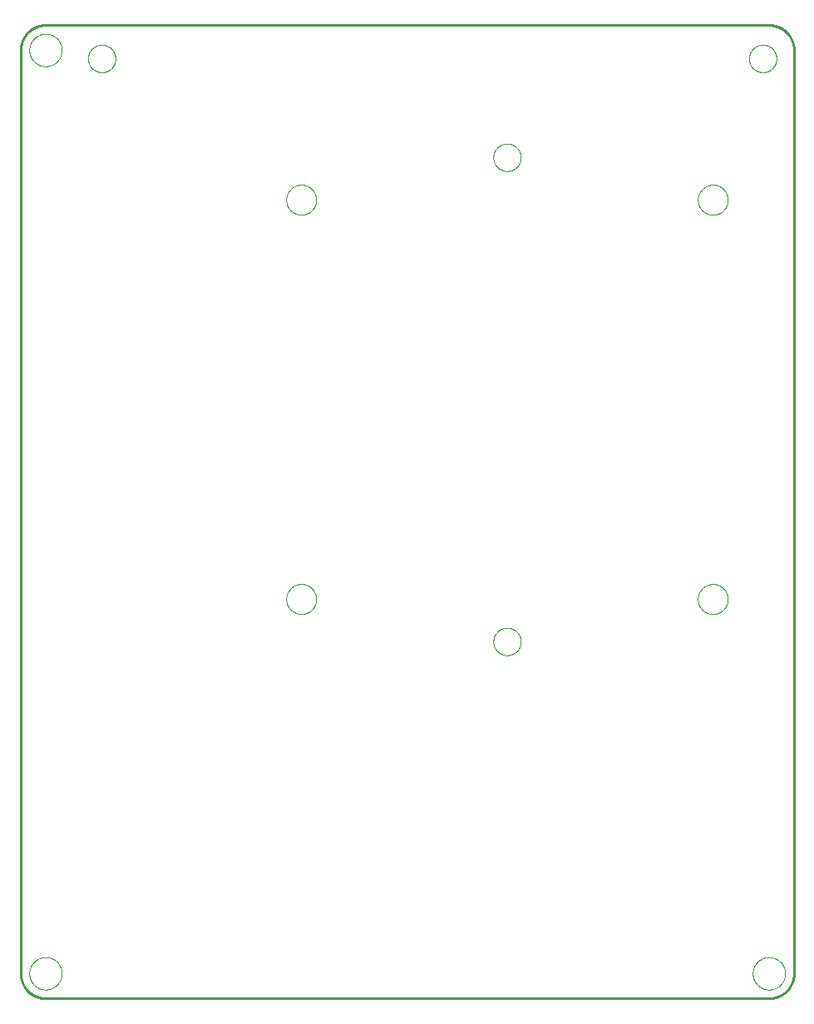
<source format=gko>
G75*
%MOIN*%
%OFA0B0*%
%FSLAX25Y25*%
%IPPOS*%
%LPD*%
%AMOC8*
5,1,8,0,0,1.08239X$1,22.5*
%
%ADD10C,0.01000*%
%ADD11C,0.00000*%
D10*
X0074060Y0060000D02*
X0074060Y0430000D01*
X0074063Y0430242D01*
X0074072Y0430483D01*
X0074086Y0430724D01*
X0074107Y0430965D01*
X0074133Y0431205D01*
X0074165Y0431445D01*
X0074203Y0431684D01*
X0074246Y0431921D01*
X0074296Y0432158D01*
X0074351Y0432393D01*
X0074411Y0432627D01*
X0074478Y0432859D01*
X0074549Y0433090D01*
X0074627Y0433319D01*
X0074710Y0433546D01*
X0074798Y0433771D01*
X0074892Y0433994D01*
X0074991Y0434214D01*
X0075096Y0434432D01*
X0075205Y0434647D01*
X0075320Y0434860D01*
X0075440Y0435070D01*
X0075565Y0435276D01*
X0075695Y0435480D01*
X0075830Y0435681D01*
X0075970Y0435878D01*
X0076114Y0436072D01*
X0076263Y0436262D01*
X0076417Y0436448D01*
X0076575Y0436631D01*
X0076737Y0436810D01*
X0076904Y0436985D01*
X0077075Y0437156D01*
X0077250Y0437323D01*
X0077429Y0437485D01*
X0077612Y0437643D01*
X0077798Y0437797D01*
X0077988Y0437946D01*
X0078182Y0438090D01*
X0078379Y0438230D01*
X0078580Y0438365D01*
X0078784Y0438495D01*
X0078990Y0438620D01*
X0079200Y0438740D01*
X0079413Y0438855D01*
X0079628Y0438964D01*
X0079846Y0439069D01*
X0080066Y0439168D01*
X0080289Y0439262D01*
X0080514Y0439350D01*
X0080741Y0439433D01*
X0080970Y0439511D01*
X0081201Y0439582D01*
X0081433Y0439649D01*
X0081667Y0439709D01*
X0081902Y0439764D01*
X0082139Y0439814D01*
X0082376Y0439857D01*
X0082615Y0439895D01*
X0082855Y0439927D01*
X0083095Y0439953D01*
X0083336Y0439974D01*
X0083577Y0439988D01*
X0083818Y0439997D01*
X0084060Y0440000D01*
X0374060Y0440000D01*
X0374302Y0439997D01*
X0374543Y0439988D01*
X0374784Y0439974D01*
X0375025Y0439953D01*
X0375265Y0439927D01*
X0375505Y0439895D01*
X0375744Y0439857D01*
X0375981Y0439814D01*
X0376218Y0439764D01*
X0376453Y0439709D01*
X0376687Y0439649D01*
X0376919Y0439582D01*
X0377150Y0439511D01*
X0377379Y0439433D01*
X0377606Y0439350D01*
X0377831Y0439262D01*
X0378054Y0439168D01*
X0378274Y0439069D01*
X0378492Y0438964D01*
X0378707Y0438855D01*
X0378920Y0438740D01*
X0379130Y0438620D01*
X0379336Y0438495D01*
X0379540Y0438365D01*
X0379741Y0438230D01*
X0379938Y0438090D01*
X0380132Y0437946D01*
X0380322Y0437797D01*
X0380508Y0437643D01*
X0380691Y0437485D01*
X0380870Y0437323D01*
X0381045Y0437156D01*
X0381216Y0436985D01*
X0381383Y0436810D01*
X0381545Y0436631D01*
X0381703Y0436448D01*
X0381857Y0436262D01*
X0382006Y0436072D01*
X0382150Y0435878D01*
X0382290Y0435681D01*
X0382425Y0435480D01*
X0382555Y0435276D01*
X0382680Y0435070D01*
X0382800Y0434860D01*
X0382915Y0434647D01*
X0383024Y0434432D01*
X0383129Y0434214D01*
X0383228Y0433994D01*
X0383322Y0433771D01*
X0383410Y0433546D01*
X0383493Y0433319D01*
X0383571Y0433090D01*
X0383642Y0432859D01*
X0383709Y0432627D01*
X0383769Y0432393D01*
X0383824Y0432158D01*
X0383874Y0431921D01*
X0383917Y0431684D01*
X0383955Y0431445D01*
X0383987Y0431205D01*
X0384013Y0430965D01*
X0384034Y0430724D01*
X0384048Y0430483D01*
X0384057Y0430242D01*
X0384060Y0430000D01*
X0384060Y0060000D01*
X0384057Y0059758D01*
X0384048Y0059517D01*
X0384034Y0059276D01*
X0384013Y0059035D01*
X0383987Y0058795D01*
X0383955Y0058555D01*
X0383917Y0058316D01*
X0383874Y0058079D01*
X0383824Y0057842D01*
X0383769Y0057607D01*
X0383709Y0057373D01*
X0383642Y0057141D01*
X0383571Y0056910D01*
X0383493Y0056681D01*
X0383410Y0056454D01*
X0383322Y0056229D01*
X0383228Y0056006D01*
X0383129Y0055786D01*
X0383024Y0055568D01*
X0382915Y0055353D01*
X0382800Y0055140D01*
X0382680Y0054930D01*
X0382555Y0054724D01*
X0382425Y0054520D01*
X0382290Y0054319D01*
X0382150Y0054122D01*
X0382006Y0053928D01*
X0381857Y0053738D01*
X0381703Y0053552D01*
X0381545Y0053369D01*
X0381383Y0053190D01*
X0381216Y0053015D01*
X0381045Y0052844D01*
X0380870Y0052677D01*
X0380691Y0052515D01*
X0380508Y0052357D01*
X0380322Y0052203D01*
X0380132Y0052054D01*
X0379938Y0051910D01*
X0379741Y0051770D01*
X0379540Y0051635D01*
X0379336Y0051505D01*
X0379130Y0051380D01*
X0378920Y0051260D01*
X0378707Y0051145D01*
X0378492Y0051036D01*
X0378274Y0050931D01*
X0378054Y0050832D01*
X0377831Y0050738D01*
X0377606Y0050650D01*
X0377379Y0050567D01*
X0377150Y0050489D01*
X0376919Y0050418D01*
X0376687Y0050351D01*
X0376453Y0050291D01*
X0376218Y0050236D01*
X0375981Y0050186D01*
X0375744Y0050143D01*
X0375505Y0050105D01*
X0375265Y0050073D01*
X0375025Y0050047D01*
X0374784Y0050026D01*
X0374543Y0050012D01*
X0374302Y0050003D01*
X0374060Y0050000D01*
X0084060Y0050000D01*
X0083818Y0050003D01*
X0083577Y0050012D01*
X0083336Y0050026D01*
X0083095Y0050047D01*
X0082855Y0050073D01*
X0082615Y0050105D01*
X0082376Y0050143D01*
X0082139Y0050186D01*
X0081902Y0050236D01*
X0081667Y0050291D01*
X0081433Y0050351D01*
X0081201Y0050418D01*
X0080970Y0050489D01*
X0080741Y0050567D01*
X0080514Y0050650D01*
X0080289Y0050738D01*
X0080066Y0050832D01*
X0079846Y0050931D01*
X0079628Y0051036D01*
X0079413Y0051145D01*
X0079200Y0051260D01*
X0078990Y0051380D01*
X0078784Y0051505D01*
X0078580Y0051635D01*
X0078379Y0051770D01*
X0078182Y0051910D01*
X0077988Y0052054D01*
X0077798Y0052203D01*
X0077612Y0052357D01*
X0077429Y0052515D01*
X0077250Y0052677D01*
X0077075Y0052844D01*
X0076904Y0053015D01*
X0076737Y0053190D01*
X0076575Y0053369D01*
X0076417Y0053552D01*
X0076263Y0053738D01*
X0076114Y0053928D01*
X0075970Y0054122D01*
X0075830Y0054319D01*
X0075695Y0054520D01*
X0075565Y0054724D01*
X0075440Y0054930D01*
X0075320Y0055140D01*
X0075205Y0055353D01*
X0075096Y0055568D01*
X0074991Y0055786D01*
X0074892Y0056006D01*
X0074798Y0056229D01*
X0074710Y0056454D01*
X0074627Y0056681D01*
X0074549Y0056910D01*
X0074478Y0057141D01*
X0074411Y0057373D01*
X0074351Y0057607D01*
X0074296Y0057842D01*
X0074246Y0058079D01*
X0074203Y0058316D01*
X0074165Y0058555D01*
X0074133Y0058795D01*
X0074107Y0059035D01*
X0074086Y0059276D01*
X0074072Y0059517D01*
X0074063Y0059758D01*
X0074060Y0060000D01*
D11*
X0077560Y0060000D02*
X0077562Y0060161D01*
X0077568Y0060321D01*
X0077578Y0060482D01*
X0077592Y0060642D01*
X0077610Y0060802D01*
X0077631Y0060961D01*
X0077657Y0061120D01*
X0077687Y0061278D01*
X0077720Y0061435D01*
X0077758Y0061592D01*
X0077799Y0061747D01*
X0077844Y0061901D01*
X0077893Y0062054D01*
X0077946Y0062206D01*
X0078002Y0062357D01*
X0078063Y0062506D01*
X0078126Y0062654D01*
X0078194Y0062800D01*
X0078265Y0062944D01*
X0078339Y0063086D01*
X0078417Y0063227D01*
X0078499Y0063365D01*
X0078584Y0063502D01*
X0078672Y0063636D01*
X0078764Y0063768D01*
X0078859Y0063898D01*
X0078957Y0064026D01*
X0079058Y0064151D01*
X0079162Y0064273D01*
X0079269Y0064393D01*
X0079379Y0064510D01*
X0079492Y0064625D01*
X0079608Y0064736D01*
X0079727Y0064845D01*
X0079848Y0064950D01*
X0079972Y0065053D01*
X0080098Y0065153D01*
X0080226Y0065249D01*
X0080357Y0065342D01*
X0080491Y0065432D01*
X0080626Y0065519D01*
X0080764Y0065602D01*
X0080903Y0065682D01*
X0081045Y0065758D01*
X0081188Y0065831D01*
X0081333Y0065900D01*
X0081480Y0065966D01*
X0081628Y0066028D01*
X0081778Y0066086D01*
X0081929Y0066141D01*
X0082082Y0066192D01*
X0082236Y0066239D01*
X0082391Y0066282D01*
X0082547Y0066321D01*
X0082703Y0066357D01*
X0082861Y0066388D01*
X0083019Y0066416D01*
X0083178Y0066440D01*
X0083338Y0066460D01*
X0083498Y0066476D01*
X0083658Y0066488D01*
X0083819Y0066496D01*
X0083980Y0066500D01*
X0084140Y0066500D01*
X0084301Y0066496D01*
X0084462Y0066488D01*
X0084622Y0066476D01*
X0084782Y0066460D01*
X0084942Y0066440D01*
X0085101Y0066416D01*
X0085259Y0066388D01*
X0085417Y0066357D01*
X0085573Y0066321D01*
X0085729Y0066282D01*
X0085884Y0066239D01*
X0086038Y0066192D01*
X0086191Y0066141D01*
X0086342Y0066086D01*
X0086492Y0066028D01*
X0086640Y0065966D01*
X0086787Y0065900D01*
X0086932Y0065831D01*
X0087075Y0065758D01*
X0087217Y0065682D01*
X0087356Y0065602D01*
X0087494Y0065519D01*
X0087629Y0065432D01*
X0087763Y0065342D01*
X0087894Y0065249D01*
X0088022Y0065153D01*
X0088148Y0065053D01*
X0088272Y0064950D01*
X0088393Y0064845D01*
X0088512Y0064736D01*
X0088628Y0064625D01*
X0088741Y0064510D01*
X0088851Y0064393D01*
X0088958Y0064273D01*
X0089062Y0064151D01*
X0089163Y0064026D01*
X0089261Y0063898D01*
X0089356Y0063768D01*
X0089448Y0063636D01*
X0089536Y0063502D01*
X0089621Y0063365D01*
X0089703Y0063227D01*
X0089781Y0063086D01*
X0089855Y0062944D01*
X0089926Y0062800D01*
X0089994Y0062654D01*
X0090057Y0062506D01*
X0090118Y0062357D01*
X0090174Y0062206D01*
X0090227Y0062054D01*
X0090276Y0061901D01*
X0090321Y0061747D01*
X0090362Y0061592D01*
X0090400Y0061435D01*
X0090433Y0061278D01*
X0090463Y0061120D01*
X0090489Y0060961D01*
X0090510Y0060802D01*
X0090528Y0060642D01*
X0090542Y0060482D01*
X0090552Y0060321D01*
X0090558Y0060161D01*
X0090560Y0060000D01*
X0090558Y0059839D01*
X0090552Y0059679D01*
X0090542Y0059518D01*
X0090528Y0059358D01*
X0090510Y0059198D01*
X0090489Y0059039D01*
X0090463Y0058880D01*
X0090433Y0058722D01*
X0090400Y0058565D01*
X0090362Y0058408D01*
X0090321Y0058253D01*
X0090276Y0058099D01*
X0090227Y0057946D01*
X0090174Y0057794D01*
X0090118Y0057643D01*
X0090057Y0057494D01*
X0089994Y0057346D01*
X0089926Y0057200D01*
X0089855Y0057056D01*
X0089781Y0056914D01*
X0089703Y0056773D01*
X0089621Y0056635D01*
X0089536Y0056498D01*
X0089448Y0056364D01*
X0089356Y0056232D01*
X0089261Y0056102D01*
X0089163Y0055974D01*
X0089062Y0055849D01*
X0088958Y0055727D01*
X0088851Y0055607D01*
X0088741Y0055490D01*
X0088628Y0055375D01*
X0088512Y0055264D01*
X0088393Y0055155D01*
X0088272Y0055050D01*
X0088148Y0054947D01*
X0088022Y0054847D01*
X0087894Y0054751D01*
X0087763Y0054658D01*
X0087629Y0054568D01*
X0087494Y0054481D01*
X0087356Y0054398D01*
X0087217Y0054318D01*
X0087075Y0054242D01*
X0086932Y0054169D01*
X0086787Y0054100D01*
X0086640Y0054034D01*
X0086492Y0053972D01*
X0086342Y0053914D01*
X0086191Y0053859D01*
X0086038Y0053808D01*
X0085884Y0053761D01*
X0085729Y0053718D01*
X0085573Y0053679D01*
X0085417Y0053643D01*
X0085259Y0053612D01*
X0085101Y0053584D01*
X0084942Y0053560D01*
X0084782Y0053540D01*
X0084622Y0053524D01*
X0084462Y0053512D01*
X0084301Y0053504D01*
X0084140Y0053500D01*
X0083980Y0053500D01*
X0083819Y0053504D01*
X0083658Y0053512D01*
X0083498Y0053524D01*
X0083338Y0053540D01*
X0083178Y0053560D01*
X0083019Y0053584D01*
X0082861Y0053612D01*
X0082703Y0053643D01*
X0082547Y0053679D01*
X0082391Y0053718D01*
X0082236Y0053761D01*
X0082082Y0053808D01*
X0081929Y0053859D01*
X0081778Y0053914D01*
X0081628Y0053972D01*
X0081480Y0054034D01*
X0081333Y0054100D01*
X0081188Y0054169D01*
X0081045Y0054242D01*
X0080903Y0054318D01*
X0080764Y0054398D01*
X0080626Y0054481D01*
X0080491Y0054568D01*
X0080357Y0054658D01*
X0080226Y0054751D01*
X0080098Y0054847D01*
X0079972Y0054947D01*
X0079848Y0055050D01*
X0079727Y0055155D01*
X0079608Y0055264D01*
X0079492Y0055375D01*
X0079379Y0055490D01*
X0079269Y0055607D01*
X0079162Y0055727D01*
X0079058Y0055849D01*
X0078957Y0055974D01*
X0078859Y0056102D01*
X0078764Y0056232D01*
X0078672Y0056364D01*
X0078584Y0056498D01*
X0078499Y0056635D01*
X0078417Y0056773D01*
X0078339Y0056914D01*
X0078265Y0057056D01*
X0078194Y0057200D01*
X0078126Y0057346D01*
X0078063Y0057494D01*
X0078002Y0057643D01*
X0077946Y0057794D01*
X0077893Y0057946D01*
X0077844Y0058099D01*
X0077799Y0058253D01*
X0077758Y0058408D01*
X0077720Y0058565D01*
X0077687Y0058722D01*
X0077657Y0058880D01*
X0077631Y0059039D01*
X0077610Y0059198D01*
X0077592Y0059358D01*
X0077578Y0059518D01*
X0077568Y0059679D01*
X0077562Y0059839D01*
X0077560Y0060000D01*
X0180560Y0210000D02*
X0180562Y0210154D01*
X0180568Y0210309D01*
X0180578Y0210463D01*
X0180592Y0210617D01*
X0180610Y0210770D01*
X0180631Y0210923D01*
X0180657Y0211076D01*
X0180687Y0211227D01*
X0180720Y0211378D01*
X0180758Y0211528D01*
X0180799Y0211677D01*
X0180844Y0211825D01*
X0180893Y0211971D01*
X0180946Y0212117D01*
X0181002Y0212260D01*
X0181062Y0212403D01*
X0181126Y0212543D01*
X0181193Y0212683D01*
X0181264Y0212820D01*
X0181338Y0212955D01*
X0181416Y0213089D01*
X0181497Y0213220D01*
X0181582Y0213349D01*
X0181670Y0213477D01*
X0181761Y0213601D01*
X0181855Y0213724D01*
X0181953Y0213844D01*
X0182053Y0213961D01*
X0182157Y0214076D01*
X0182263Y0214188D01*
X0182372Y0214297D01*
X0182484Y0214403D01*
X0182599Y0214507D01*
X0182716Y0214607D01*
X0182836Y0214705D01*
X0182959Y0214799D01*
X0183083Y0214890D01*
X0183211Y0214978D01*
X0183340Y0215063D01*
X0183471Y0215144D01*
X0183605Y0215222D01*
X0183740Y0215296D01*
X0183877Y0215367D01*
X0184017Y0215434D01*
X0184157Y0215498D01*
X0184300Y0215558D01*
X0184443Y0215614D01*
X0184589Y0215667D01*
X0184735Y0215716D01*
X0184883Y0215761D01*
X0185032Y0215802D01*
X0185182Y0215840D01*
X0185333Y0215873D01*
X0185484Y0215903D01*
X0185637Y0215929D01*
X0185790Y0215950D01*
X0185943Y0215968D01*
X0186097Y0215982D01*
X0186251Y0215992D01*
X0186406Y0215998D01*
X0186560Y0216000D01*
X0186714Y0215998D01*
X0186869Y0215992D01*
X0187023Y0215982D01*
X0187177Y0215968D01*
X0187330Y0215950D01*
X0187483Y0215929D01*
X0187636Y0215903D01*
X0187787Y0215873D01*
X0187938Y0215840D01*
X0188088Y0215802D01*
X0188237Y0215761D01*
X0188385Y0215716D01*
X0188531Y0215667D01*
X0188677Y0215614D01*
X0188820Y0215558D01*
X0188963Y0215498D01*
X0189103Y0215434D01*
X0189243Y0215367D01*
X0189380Y0215296D01*
X0189515Y0215222D01*
X0189649Y0215144D01*
X0189780Y0215063D01*
X0189909Y0214978D01*
X0190037Y0214890D01*
X0190161Y0214799D01*
X0190284Y0214705D01*
X0190404Y0214607D01*
X0190521Y0214507D01*
X0190636Y0214403D01*
X0190748Y0214297D01*
X0190857Y0214188D01*
X0190963Y0214076D01*
X0191067Y0213961D01*
X0191167Y0213844D01*
X0191265Y0213724D01*
X0191359Y0213601D01*
X0191450Y0213477D01*
X0191538Y0213349D01*
X0191623Y0213220D01*
X0191704Y0213089D01*
X0191782Y0212955D01*
X0191856Y0212820D01*
X0191927Y0212683D01*
X0191994Y0212543D01*
X0192058Y0212403D01*
X0192118Y0212260D01*
X0192174Y0212117D01*
X0192227Y0211971D01*
X0192276Y0211825D01*
X0192321Y0211677D01*
X0192362Y0211528D01*
X0192400Y0211378D01*
X0192433Y0211227D01*
X0192463Y0211076D01*
X0192489Y0210923D01*
X0192510Y0210770D01*
X0192528Y0210617D01*
X0192542Y0210463D01*
X0192552Y0210309D01*
X0192558Y0210154D01*
X0192560Y0210000D01*
X0192558Y0209846D01*
X0192552Y0209691D01*
X0192542Y0209537D01*
X0192528Y0209383D01*
X0192510Y0209230D01*
X0192489Y0209077D01*
X0192463Y0208924D01*
X0192433Y0208773D01*
X0192400Y0208622D01*
X0192362Y0208472D01*
X0192321Y0208323D01*
X0192276Y0208175D01*
X0192227Y0208029D01*
X0192174Y0207883D01*
X0192118Y0207740D01*
X0192058Y0207597D01*
X0191994Y0207457D01*
X0191927Y0207317D01*
X0191856Y0207180D01*
X0191782Y0207045D01*
X0191704Y0206911D01*
X0191623Y0206780D01*
X0191538Y0206651D01*
X0191450Y0206523D01*
X0191359Y0206399D01*
X0191265Y0206276D01*
X0191167Y0206156D01*
X0191067Y0206039D01*
X0190963Y0205924D01*
X0190857Y0205812D01*
X0190748Y0205703D01*
X0190636Y0205597D01*
X0190521Y0205493D01*
X0190404Y0205393D01*
X0190284Y0205295D01*
X0190161Y0205201D01*
X0190037Y0205110D01*
X0189909Y0205022D01*
X0189780Y0204937D01*
X0189649Y0204856D01*
X0189515Y0204778D01*
X0189380Y0204704D01*
X0189243Y0204633D01*
X0189103Y0204566D01*
X0188963Y0204502D01*
X0188820Y0204442D01*
X0188677Y0204386D01*
X0188531Y0204333D01*
X0188385Y0204284D01*
X0188237Y0204239D01*
X0188088Y0204198D01*
X0187938Y0204160D01*
X0187787Y0204127D01*
X0187636Y0204097D01*
X0187483Y0204071D01*
X0187330Y0204050D01*
X0187177Y0204032D01*
X0187023Y0204018D01*
X0186869Y0204008D01*
X0186714Y0204002D01*
X0186560Y0204000D01*
X0186406Y0204002D01*
X0186251Y0204008D01*
X0186097Y0204018D01*
X0185943Y0204032D01*
X0185790Y0204050D01*
X0185637Y0204071D01*
X0185484Y0204097D01*
X0185333Y0204127D01*
X0185182Y0204160D01*
X0185032Y0204198D01*
X0184883Y0204239D01*
X0184735Y0204284D01*
X0184589Y0204333D01*
X0184443Y0204386D01*
X0184300Y0204442D01*
X0184157Y0204502D01*
X0184017Y0204566D01*
X0183877Y0204633D01*
X0183740Y0204704D01*
X0183605Y0204778D01*
X0183471Y0204856D01*
X0183340Y0204937D01*
X0183211Y0205022D01*
X0183083Y0205110D01*
X0182959Y0205201D01*
X0182836Y0205295D01*
X0182716Y0205393D01*
X0182599Y0205493D01*
X0182484Y0205597D01*
X0182372Y0205703D01*
X0182263Y0205812D01*
X0182157Y0205924D01*
X0182053Y0206039D01*
X0181953Y0206156D01*
X0181855Y0206276D01*
X0181761Y0206399D01*
X0181670Y0206523D01*
X0181582Y0206651D01*
X0181497Y0206780D01*
X0181416Y0206911D01*
X0181338Y0207045D01*
X0181264Y0207180D01*
X0181193Y0207317D01*
X0181126Y0207457D01*
X0181062Y0207597D01*
X0181002Y0207740D01*
X0180946Y0207883D01*
X0180893Y0208029D01*
X0180844Y0208175D01*
X0180799Y0208323D01*
X0180758Y0208472D01*
X0180720Y0208622D01*
X0180687Y0208773D01*
X0180657Y0208924D01*
X0180631Y0209077D01*
X0180610Y0209230D01*
X0180592Y0209383D01*
X0180578Y0209537D01*
X0180568Y0209691D01*
X0180562Y0209846D01*
X0180560Y0210000D01*
X0263560Y0193000D02*
X0263562Y0193148D01*
X0263568Y0193296D01*
X0263578Y0193444D01*
X0263592Y0193592D01*
X0263610Y0193739D01*
X0263632Y0193886D01*
X0263658Y0194032D01*
X0263687Y0194177D01*
X0263721Y0194322D01*
X0263759Y0194465D01*
X0263800Y0194608D01*
X0263845Y0194749D01*
X0263895Y0194889D01*
X0263947Y0195027D01*
X0264004Y0195165D01*
X0264064Y0195300D01*
X0264128Y0195434D01*
X0264195Y0195566D01*
X0264266Y0195696D01*
X0264341Y0195825D01*
X0264419Y0195951D01*
X0264500Y0196075D01*
X0264584Y0196197D01*
X0264672Y0196316D01*
X0264763Y0196433D01*
X0264857Y0196548D01*
X0264955Y0196660D01*
X0265055Y0196769D01*
X0265158Y0196876D01*
X0265264Y0196980D01*
X0265372Y0197081D01*
X0265484Y0197179D01*
X0265598Y0197274D01*
X0265714Y0197365D01*
X0265833Y0197454D01*
X0265954Y0197539D01*
X0266078Y0197621D01*
X0266204Y0197700D01*
X0266331Y0197775D01*
X0266461Y0197847D01*
X0266593Y0197916D01*
X0266726Y0197980D01*
X0266861Y0198041D01*
X0266998Y0198099D01*
X0267136Y0198153D01*
X0267276Y0198203D01*
X0267417Y0198249D01*
X0267559Y0198291D01*
X0267702Y0198330D01*
X0267846Y0198364D01*
X0267992Y0198395D01*
X0268137Y0198422D01*
X0268284Y0198445D01*
X0268431Y0198464D01*
X0268579Y0198479D01*
X0268726Y0198490D01*
X0268875Y0198497D01*
X0269023Y0198500D01*
X0269171Y0198499D01*
X0269319Y0198494D01*
X0269467Y0198485D01*
X0269615Y0198472D01*
X0269763Y0198455D01*
X0269909Y0198434D01*
X0270056Y0198409D01*
X0270201Y0198380D01*
X0270346Y0198348D01*
X0270489Y0198311D01*
X0270632Y0198271D01*
X0270774Y0198226D01*
X0270914Y0198178D01*
X0271053Y0198126D01*
X0271190Y0198071D01*
X0271326Y0198011D01*
X0271461Y0197948D01*
X0271593Y0197882D01*
X0271724Y0197812D01*
X0271853Y0197738D01*
X0271979Y0197661D01*
X0272104Y0197581D01*
X0272226Y0197497D01*
X0272347Y0197410D01*
X0272464Y0197320D01*
X0272580Y0197226D01*
X0272692Y0197130D01*
X0272802Y0197031D01*
X0272910Y0196928D01*
X0273014Y0196823D01*
X0273116Y0196715D01*
X0273214Y0196604D01*
X0273310Y0196491D01*
X0273403Y0196375D01*
X0273492Y0196257D01*
X0273578Y0196136D01*
X0273661Y0196013D01*
X0273741Y0195888D01*
X0273817Y0195761D01*
X0273890Y0195631D01*
X0273959Y0195500D01*
X0274024Y0195367D01*
X0274087Y0195233D01*
X0274145Y0195096D01*
X0274200Y0194958D01*
X0274250Y0194819D01*
X0274298Y0194678D01*
X0274341Y0194537D01*
X0274381Y0194394D01*
X0274416Y0194250D01*
X0274448Y0194105D01*
X0274476Y0193959D01*
X0274500Y0193813D01*
X0274520Y0193666D01*
X0274536Y0193518D01*
X0274548Y0193371D01*
X0274556Y0193222D01*
X0274560Y0193074D01*
X0274560Y0192926D01*
X0274556Y0192778D01*
X0274548Y0192629D01*
X0274536Y0192482D01*
X0274520Y0192334D01*
X0274500Y0192187D01*
X0274476Y0192041D01*
X0274448Y0191895D01*
X0274416Y0191750D01*
X0274381Y0191606D01*
X0274341Y0191463D01*
X0274298Y0191322D01*
X0274250Y0191181D01*
X0274200Y0191042D01*
X0274145Y0190904D01*
X0274087Y0190767D01*
X0274024Y0190633D01*
X0273959Y0190500D01*
X0273890Y0190369D01*
X0273817Y0190239D01*
X0273741Y0190112D01*
X0273661Y0189987D01*
X0273578Y0189864D01*
X0273492Y0189743D01*
X0273403Y0189625D01*
X0273310Y0189509D01*
X0273214Y0189396D01*
X0273116Y0189285D01*
X0273014Y0189177D01*
X0272910Y0189072D01*
X0272802Y0188969D01*
X0272692Y0188870D01*
X0272580Y0188774D01*
X0272464Y0188680D01*
X0272347Y0188590D01*
X0272226Y0188503D01*
X0272104Y0188419D01*
X0271979Y0188339D01*
X0271853Y0188262D01*
X0271724Y0188188D01*
X0271593Y0188118D01*
X0271461Y0188052D01*
X0271326Y0187989D01*
X0271190Y0187929D01*
X0271053Y0187874D01*
X0270914Y0187822D01*
X0270774Y0187774D01*
X0270632Y0187729D01*
X0270489Y0187689D01*
X0270346Y0187652D01*
X0270201Y0187620D01*
X0270056Y0187591D01*
X0269909Y0187566D01*
X0269763Y0187545D01*
X0269615Y0187528D01*
X0269467Y0187515D01*
X0269319Y0187506D01*
X0269171Y0187501D01*
X0269023Y0187500D01*
X0268875Y0187503D01*
X0268726Y0187510D01*
X0268579Y0187521D01*
X0268431Y0187536D01*
X0268284Y0187555D01*
X0268137Y0187578D01*
X0267992Y0187605D01*
X0267846Y0187636D01*
X0267702Y0187670D01*
X0267559Y0187709D01*
X0267417Y0187751D01*
X0267276Y0187797D01*
X0267136Y0187847D01*
X0266998Y0187901D01*
X0266861Y0187959D01*
X0266726Y0188020D01*
X0266593Y0188084D01*
X0266461Y0188153D01*
X0266331Y0188225D01*
X0266204Y0188300D01*
X0266078Y0188379D01*
X0265954Y0188461D01*
X0265833Y0188546D01*
X0265714Y0188635D01*
X0265598Y0188726D01*
X0265484Y0188821D01*
X0265372Y0188919D01*
X0265264Y0189020D01*
X0265158Y0189124D01*
X0265055Y0189231D01*
X0264955Y0189340D01*
X0264857Y0189452D01*
X0264763Y0189567D01*
X0264672Y0189684D01*
X0264584Y0189803D01*
X0264500Y0189925D01*
X0264419Y0190049D01*
X0264341Y0190175D01*
X0264266Y0190304D01*
X0264195Y0190434D01*
X0264128Y0190566D01*
X0264064Y0190700D01*
X0264004Y0190835D01*
X0263947Y0190973D01*
X0263895Y0191111D01*
X0263845Y0191251D01*
X0263800Y0191392D01*
X0263759Y0191535D01*
X0263721Y0191678D01*
X0263687Y0191823D01*
X0263658Y0191968D01*
X0263632Y0192114D01*
X0263610Y0192261D01*
X0263592Y0192408D01*
X0263578Y0192556D01*
X0263568Y0192704D01*
X0263562Y0192852D01*
X0263560Y0193000D01*
X0345560Y0210000D02*
X0345562Y0210154D01*
X0345568Y0210309D01*
X0345578Y0210463D01*
X0345592Y0210617D01*
X0345610Y0210770D01*
X0345631Y0210923D01*
X0345657Y0211076D01*
X0345687Y0211227D01*
X0345720Y0211378D01*
X0345758Y0211528D01*
X0345799Y0211677D01*
X0345844Y0211825D01*
X0345893Y0211971D01*
X0345946Y0212117D01*
X0346002Y0212260D01*
X0346062Y0212403D01*
X0346126Y0212543D01*
X0346193Y0212683D01*
X0346264Y0212820D01*
X0346338Y0212955D01*
X0346416Y0213089D01*
X0346497Y0213220D01*
X0346582Y0213349D01*
X0346670Y0213477D01*
X0346761Y0213601D01*
X0346855Y0213724D01*
X0346953Y0213844D01*
X0347053Y0213961D01*
X0347157Y0214076D01*
X0347263Y0214188D01*
X0347372Y0214297D01*
X0347484Y0214403D01*
X0347599Y0214507D01*
X0347716Y0214607D01*
X0347836Y0214705D01*
X0347959Y0214799D01*
X0348083Y0214890D01*
X0348211Y0214978D01*
X0348340Y0215063D01*
X0348471Y0215144D01*
X0348605Y0215222D01*
X0348740Y0215296D01*
X0348877Y0215367D01*
X0349017Y0215434D01*
X0349157Y0215498D01*
X0349300Y0215558D01*
X0349443Y0215614D01*
X0349589Y0215667D01*
X0349735Y0215716D01*
X0349883Y0215761D01*
X0350032Y0215802D01*
X0350182Y0215840D01*
X0350333Y0215873D01*
X0350484Y0215903D01*
X0350637Y0215929D01*
X0350790Y0215950D01*
X0350943Y0215968D01*
X0351097Y0215982D01*
X0351251Y0215992D01*
X0351406Y0215998D01*
X0351560Y0216000D01*
X0351714Y0215998D01*
X0351869Y0215992D01*
X0352023Y0215982D01*
X0352177Y0215968D01*
X0352330Y0215950D01*
X0352483Y0215929D01*
X0352636Y0215903D01*
X0352787Y0215873D01*
X0352938Y0215840D01*
X0353088Y0215802D01*
X0353237Y0215761D01*
X0353385Y0215716D01*
X0353531Y0215667D01*
X0353677Y0215614D01*
X0353820Y0215558D01*
X0353963Y0215498D01*
X0354103Y0215434D01*
X0354243Y0215367D01*
X0354380Y0215296D01*
X0354515Y0215222D01*
X0354649Y0215144D01*
X0354780Y0215063D01*
X0354909Y0214978D01*
X0355037Y0214890D01*
X0355161Y0214799D01*
X0355284Y0214705D01*
X0355404Y0214607D01*
X0355521Y0214507D01*
X0355636Y0214403D01*
X0355748Y0214297D01*
X0355857Y0214188D01*
X0355963Y0214076D01*
X0356067Y0213961D01*
X0356167Y0213844D01*
X0356265Y0213724D01*
X0356359Y0213601D01*
X0356450Y0213477D01*
X0356538Y0213349D01*
X0356623Y0213220D01*
X0356704Y0213089D01*
X0356782Y0212955D01*
X0356856Y0212820D01*
X0356927Y0212683D01*
X0356994Y0212543D01*
X0357058Y0212403D01*
X0357118Y0212260D01*
X0357174Y0212117D01*
X0357227Y0211971D01*
X0357276Y0211825D01*
X0357321Y0211677D01*
X0357362Y0211528D01*
X0357400Y0211378D01*
X0357433Y0211227D01*
X0357463Y0211076D01*
X0357489Y0210923D01*
X0357510Y0210770D01*
X0357528Y0210617D01*
X0357542Y0210463D01*
X0357552Y0210309D01*
X0357558Y0210154D01*
X0357560Y0210000D01*
X0357558Y0209846D01*
X0357552Y0209691D01*
X0357542Y0209537D01*
X0357528Y0209383D01*
X0357510Y0209230D01*
X0357489Y0209077D01*
X0357463Y0208924D01*
X0357433Y0208773D01*
X0357400Y0208622D01*
X0357362Y0208472D01*
X0357321Y0208323D01*
X0357276Y0208175D01*
X0357227Y0208029D01*
X0357174Y0207883D01*
X0357118Y0207740D01*
X0357058Y0207597D01*
X0356994Y0207457D01*
X0356927Y0207317D01*
X0356856Y0207180D01*
X0356782Y0207045D01*
X0356704Y0206911D01*
X0356623Y0206780D01*
X0356538Y0206651D01*
X0356450Y0206523D01*
X0356359Y0206399D01*
X0356265Y0206276D01*
X0356167Y0206156D01*
X0356067Y0206039D01*
X0355963Y0205924D01*
X0355857Y0205812D01*
X0355748Y0205703D01*
X0355636Y0205597D01*
X0355521Y0205493D01*
X0355404Y0205393D01*
X0355284Y0205295D01*
X0355161Y0205201D01*
X0355037Y0205110D01*
X0354909Y0205022D01*
X0354780Y0204937D01*
X0354649Y0204856D01*
X0354515Y0204778D01*
X0354380Y0204704D01*
X0354243Y0204633D01*
X0354103Y0204566D01*
X0353963Y0204502D01*
X0353820Y0204442D01*
X0353677Y0204386D01*
X0353531Y0204333D01*
X0353385Y0204284D01*
X0353237Y0204239D01*
X0353088Y0204198D01*
X0352938Y0204160D01*
X0352787Y0204127D01*
X0352636Y0204097D01*
X0352483Y0204071D01*
X0352330Y0204050D01*
X0352177Y0204032D01*
X0352023Y0204018D01*
X0351869Y0204008D01*
X0351714Y0204002D01*
X0351560Y0204000D01*
X0351406Y0204002D01*
X0351251Y0204008D01*
X0351097Y0204018D01*
X0350943Y0204032D01*
X0350790Y0204050D01*
X0350637Y0204071D01*
X0350484Y0204097D01*
X0350333Y0204127D01*
X0350182Y0204160D01*
X0350032Y0204198D01*
X0349883Y0204239D01*
X0349735Y0204284D01*
X0349589Y0204333D01*
X0349443Y0204386D01*
X0349300Y0204442D01*
X0349157Y0204502D01*
X0349017Y0204566D01*
X0348877Y0204633D01*
X0348740Y0204704D01*
X0348605Y0204778D01*
X0348471Y0204856D01*
X0348340Y0204937D01*
X0348211Y0205022D01*
X0348083Y0205110D01*
X0347959Y0205201D01*
X0347836Y0205295D01*
X0347716Y0205393D01*
X0347599Y0205493D01*
X0347484Y0205597D01*
X0347372Y0205703D01*
X0347263Y0205812D01*
X0347157Y0205924D01*
X0347053Y0206039D01*
X0346953Y0206156D01*
X0346855Y0206276D01*
X0346761Y0206399D01*
X0346670Y0206523D01*
X0346582Y0206651D01*
X0346497Y0206780D01*
X0346416Y0206911D01*
X0346338Y0207045D01*
X0346264Y0207180D01*
X0346193Y0207317D01*
X0346126Y0207457D01*
X0346062Y0207597D01*
X0346002Y0207740D01*
X0345946Y0207883D01*
X0345893Y0208029D01*
X0345844Y0208175D01*
X0345799Y0208323D01*
X0345758Y0208472D01*
X0345720Y0208622D01*
X0345687Y0208773D01*
X0345657Y0208924D01*
X0345631Y0209077D01*
X0345610Y0209230D01*
X0345592Y0209383D01*
X0345578Y0209537D01*
X0345568Y0209691D01*
X0345562Y0209846D01*
X0345560Y0210000D01*
X0367560Y0060000D02*
X0367562Y0060161D01*
X0367568Y0060321D01*
X0367578Y0060482D01*
X0367592Y0060642D01*
X0367610Y0060802D01*
X0367631Y0060961D01*
X0367657Y0061120D01*
X0367687Y0061278D01*
X0367720Y0061435D01*
X0367758Y0061592D01*
X0367799Y0061747D01*
X0367844Y0061901D01*
X0367893Y0062054D01*
X0367946Y0062206D01*
X0368002Y0062357D01*
X0368063Y0062506D01*
X0368126Y0062654D01*
X0368194Y0062800D01*
X0368265Y0062944D01*
X0368339Y0063086D01*
X0368417Y0063227D01*
X0368499Y0063365D01*
X0368584Y0063502D01*
X0368672Y0063636D01*
X0368764Y0063768D01*
X0368859Y0063898D01*
X0368957Y0064026D01*
X0369058Y0064151D01*
X0369162Y0064273D01*
X0369269Y0064393D01*
X0369379Y0064510D01*
X0369492Y0064625D01*
X0369608Y0064736D01*
X0369727Y0064845D01*
X0369848Y0064950D01*
X0369972Y0065053D01*
X0370098Y0065153D01*
X0370226Y0065249D01*
X0370357Y0065342D01*
X0370491Y0065432D01*
X0370626Y0065519D01*
X0370764Y0065602D01*
X0370903Y0065682D01*
X0371045Y0065758D01*
X0371188Y0065831D01*
X0371333Y0065900D01*
X0371480Y0065966D01*
X0371628Y0066028D01*
X0371778Y0066086D01*
X0371929Y0066141D01*
X0372082Y0066192D01*
X0372236Y0066239D01*
X0372391Y0066282D01*
X0372547Y0066321D01*
X0372703Y0066357D01*
X0372861Y0066388D01*
X0373019Y0066416D01*
X0373178Y0066440D01*
X0373338Y0066460D01*
X0373498Y0066476D01*
X0373658Y0066488D01*
X0373819Y0066496D01*
X0373980Y0066500D01*
X0374140Y0066500D01*
X0374301Y0066496D01*
X0374462Y0066488D01*
X0374622Y0066476D01*
X0374782Y0066460D01*
X0374942Y0066440D01*
X0375101Y0066416D01*
X0375259Y0066388D01*
X0375417Y0066357D01*
X0375573Y0066321D01*
X0375729Y0066282D01*
X0375884Y0066239D01*
X0376038Y0066192D01*
X0376191Y0066141D01*
X0376342Y0066086D01*
X0376492Y0066028D01*
X0376640Y0065966D01*
X0376787Y0065900D01*
X0376932Y0065831D01*
X0377075Y0065758D01*
X0377217Y0065682D01*
X0377356Y0065602D01*
X0377494Y0065519D01*
X0377629Y0065432D01*
X0377763Y0065342D01*
X0377894Y0065249D01*
X0378022Y0065153D01*
X0378148Y0065053D01*
X0378272Y0064950D01*
X0378393Y0064845D01*
X0378512Y0064736D01*
X0378628Y0064625D01*
X0378741Y0064510D01*
X0378851Y0064393D01*
X0378958Y0064273D01*
X0379062Y0064151D01*
X0379163Y0064026D01*
X0379261Y0063898D01*
X0379356Y0063768D01*
X0379448Y0063636D01*
X0379536Y0063502D01*
X0379621Y0063365D01*
X0379703Y0063227D01*
X0379781Y0063086D01*
X0379855Y0062944D01*
X0379926Y0062800D01*
X0379994Y0062654D01*
X0380057Y0062506D01*
X0380118Y0062357D01*
X0380174Y0062206D01*
X0380227Y0062054D01*
X0380276Y0061901D01*
X0380321Y0061747D01*
X0380362Y0061592D01*
X0380400Y0061435D01*
X0380433Y0061278D01*
X0380463Y0061120D01*
X0380489Y0060961D01*
X0380510Y0060802D01*
X0380528Y0060642D01*
X0380542Y0060482D01*
X0380552Y0060321D01*
X0380558Y0060161D01*
X0380560Y0060000D01*
X0380558Y0059839D01*
X0380552Y0059679D01*
X0380542Y0059518D01*
X0380528Y0059358D01*
X0380510Y0059198D01*
X0380489Y0059039D01*
X0380463Y0058880D01*
X0380433Y0058722D01*
X0380400Y0058565D01*
X0380362Y0058408D01*
X0380321Y0058253D01*
X0380276Y0058099D01*
X0380227Y0057946D01*
X0380174Y0057794D01*
X0380118Y0057643D01*
X0380057Y0057494D01*
X0379994Y0057346D01*
X0379926Y0057200D01*
X0379855Y0057056D01*
X0379781Y0056914D01*
X0379703Y0056773D01*
X0379621Y0056635D01*
X0379536Y0056498D01*
X0379448Y0056364D01*
X0379356Y0056232D01*
X0379261Y0056102D01*
X0379163Y0055974D01*
X0379062Y0055849D01*
X0378958Y0055727D01*
X0378851Y0055607D01*
X0378741Y0055490D01*
X0378628Y0055375D01*
X0378512Y0055264D01*
X0378393Y0055155D01*
X0378272Y0055050D01*
X0378148Y0054947D01*
X0378022Y0054847D01*
X0377894Y0054751D01*
X0377763Y0054658D01*
X0377629Y0054568D01*
X0377494Y0054481D01*
X0377356Y0054398D01*
X0377217Y0054318D01*
X0377075Y0054242D01*
X0376932Y0054169D01*
X0376787Y0054100D01*
X0376640Y0054034D01*
X0376492Y0053972D01*
X0376342Y0053914D01*
X0376191Y0053859D01*
X0376038Y0053808D01*
X0375884Y0053761D01*
X0375729Y0053718D01*
X0375573Y0053679D01*
X0375417Y0053643D01*
X0375259Y0053612D01*
X0375101Y0053584D01*
X0374942Y0053560D01*
X0374782Y0053540D01*
X0374622Y0053524D01*
X0374462Y0053512D01*
X0374301Y0053504D01*
X0374140Y0053500D01*
X0373980Y0053500D01*
X0373819Y0053504D01*
X0373658Y0053512D01*
X0373498Y0053524D01*
X0373338Y0053540D01*
X0373178Y0053560D01*
X0373019Y0053584D01*
X0372861Y0053612D01*
X0372703Y0053643D01*
X0372547Y0053679D01*
X0372391Y0053718D01*
X0372236Y0053761D01*
X0372082Y0053808D01*
X0371929Y0053859D01*
X0371778Y0053914D01*
X0371628Y0053972D01*
X0371480Y0054034D01*
X0371333Y0054100D01*
X0371188Y0054169D01*
X0371045Y0054242D01*
X0370903Y0054318D01*
X0370764Y0054398D01*
X0370626Y0054481D01*
X0370491Y0054568D01*
X0370357Y0054658D01*
X0370226Y0054751D01*
X0370098Y0054847D01*
X0369972Y0054947D01*
X0369848Y0055050D01*
X0369727Y0055155D01*
X0369608Y0055264D01*
X0369492Y0055375D01*
X0369379Y0055490D01*
X0369269Y0055607D01*
X0369162Y0055727D01*
X0369058Y0055849D01*
X0368957Y0055974D01*
X0368859Y0056102D01*
X0368764Y0056232D01*
X0368672Y0056364D01*
X0368584Y0056498D01*
X0368499Y0056635D01*
X0368417Y0056773D01*
X0368339Y0056914D01*
X0368265Y0057056D01*
X0368194Y0057200D01*
X0368126Y0057346D01*
X0368063Y0057494D01*
X0368002Y0057643D01*
X0367946Y0057794D01*
X0367893Y0057946D01*
X0367844Y0058099D01*
X0367799Y0058253D01*
X0367758Y0058408D01*
X0367720Y0058565D01*
X0367687Y0058722D01*
X0367657Y0058880D01*
X0367631Y0059039D01*
X0367610Y0059198D01*
X0367592Y0059358D01*
X0367578Y0059518D01*
X0367568Y0059679D01*
X0367562Y0059839D01*
X0367560Y0060000D01*
X0345560Y0370000D02*
X0345562Y0370154D01*
X0345568Y0370309D01*
X0345578Y0370463D01*
X0345592Y0370617D01*
X0345610Y0370770D01*
X0345631Y0370923D01*
X0345657Y0371076D01*
X0345687Y0371227D01*
X0345720Y0371378D01*
X0345758Y0371528D01*
X0345799Y0371677D01*
X0345844Y0371825D01*
X0345893Y0371971D01*
X0345946Y0372117D01*
X0346002Y0372260D01*
X0346062Y0372403D01*
X0346126Y0372543D01*
X0346193Y0372683D01*
X0346264Y0372820D01*
X0346338Y0372955D01*
X0346416Y0373089D01*
X0346497Y0373220D01*
X0346582Y0373349D01*
X0346670Y0373477D01*
X0346761Y0373601D01*
X0346855Y0373724D01*
X0346953Y0373844D01*
X0347053Y0373961D01*
X0347157Y0374076D01*
X0347263Y0374188D01*
X0347372Y0374297D01*
X0347484Y0374403D01*
X0347599Y0374507D01*
X0347716Y0374607D01*
X0347836Y0374705D01*
X0347959Y0374799D01*
X0348083Y0374890D01*
X0348211Y0374978D01*
X0348340Y0375063D01*
X0348471Y0375144D01*
X0348605Y0375222D01*
X0348740Y0375296D01*
X0348877Y0375367D01*
X0349017Y0375434D01*
X0349157Y0375498D01*
X0349300Y0375558D01*
X0349443Y0375614D01*
X0349589Y0375667D01*
X0349735Y0375716D01*
X0349883Y0375761D01*
X0350032Y0375802D01*
X0350182Y0375840D01*
X0350333Y0375873D01*
X0350484Y0375903D01*
X0350637Y0375929D01*
X0350790Y0375950D01*
X0350943Y0375968D01*
X0351097Y0375982D01*
X0351251Y0375992D01*
X0351406Y0375998D01*
X0351560Y0376000D01*
X0351714Y0375998D01*
X0351869Y0375992D01*
X0352023Y0375982D01*
X0352177Y0375968D01*
X0352330Y0375950D01*
X0352483Y0375929D01*
X0352636Y0375903D01*
X0352787Y0375873D01*
X0352938Y0375840D01*
X0353088Y0375802D01*
X0353237Y0375761D01*
X0353385Y0375716D01*
X0353531Y0375667D01*
X0353677Y0375614D01*
X0353820Y0375558D01*
X0353963Y0375498D01*
X0354103Y0375434D01*
X0354243Y0375367D01*
X0354380Y0375296D01*
X0354515Y0375222D01*
X0354649Y0375144D01*
X0354780Y0375063D01*
X0354909Y0374978D01*
X0355037Y0374890D01*
X0355161Y0374799D01*
X0355284Y0374705D01*
X0355404Y0374607D01*
X0355521Y0374507D01*
X0355636Y0374403D01*
X0355748Y0374297D01*
X0355857Y0374188D01*
X0355963Y0374076D01*
X0356067Y0373961D01*
X0356167Y0373844D01*
X0356265Y0373724D01*
X0356359Y0373601D01*
X0356450Y0373477D01*
X0356538Y0373349D01*
X0356623Y0373220D01*
X0356704Y0373089D01*
X0356782Y0372955D01*
X0356856Y0372820D01*
X0356927Y0372683D01*
X0356994Y0372543D01*
X0357058Y0372403D01*
X0357118Y0372260D01*
X0357174Y0372117D01*
X0357227Y0371971D01*
X0357276Y0371825D01*
X0357321Y0371677D01*
X0357362Y0371528D01*
X0357400Y0371378D01*
X0357433Y0371227D01*
X0357463Y0371076D01*
X0357489Y0370923D01*
X0357510Y0370770D01*
X0357528Y0370617D01*
X0357542Y0370463D01*
X0357552Y0370309D01*
X0357558Y0370154D01*
X0357560Y0370000D01*
X0357558Y0369846D01*
X0357552Y0369691D01*
X0357542Y0369537D01*
X0357528Y0369383D01*
X0357510Y0369230D01*
X0357489Y0369077D01*
X0357463Y0368924D01*
X0357433Y0368773D01*
X0357400Y0368622D01*
X0357362Y0368472D01*
X0357321Y0368323D01*
X0357276Y0368175D01*
X0357227Y0368029D01*
X0357174Y0367883D01*
X0357118Y0367740D01*
X0357058Y0367597D01*
X0356994Y0367457D01*
X0356927Y0367317D01*
X0356856Y0367180D01*
X0356782Y0367045D01*
X0356704Y0366911D01*
X0356623Y0366780D01*
X0356538Y0366651D01*
X0356450Y0366523D01*
X0356359Y0366399D01*
X0356265Y0366276D01*
X0356167Y0366156D01*
X0356067Y0366039D01*
X0355963Y0365924D01*
X0355857Y0365812D01*
X0355748Y0365703D01*
X0355636Y0365597D01*
X0355521Y0365493D01*
X0355404Y0365393D01*
X0355284Y0365295D01*
X0355161Y0365201D01*
X0355037Y0365110D01*
X0354909Y0365022D01*
X0354780Y0364937D01*
X0354649Y0364856D01*
X0354515Y0364778D01*
X0354380Y0364704D01*
X0354243Y0364633D01*
X0354103Y0364566D01*
X0353963Y0364502D01*
X0353820Y0364442D01*
X0353677Y0364386D01*
X0353531Y0364333D01*
X0353385Y0364284D01*
X0353237Y0364239D01*
X0353088Y0364198D01*
X0352938Y0364160D01*
X0352787Y0364127D01*
X0352636Y0364097D01*
X0352483Y0364071D01*
X0352330Y0364050D01*
X0352177Y0364032D01*
X0352023Y0364018D01*
X0351869Y0364008D01*
X0351714Y0364002D01*
X0351560Y0364000D01*
X0351406Y0364002D01*
X0351251Y0364008D01*
X0351097Y0364018D01*
X0350943Y0364032D01*
X0350790Y0364050D01*
X0350637Y0364071D01*
X0350484Y0364097D01*
X0350333Y0364127D01*
X0350182Y0364160D01*
X0350032Y0364198D01*
X0349883Y0364239D01*
X0349735Y0364284D01*
X0349589Y0364333D01*
X0349443Y0364386D01*
X0349300Y0364442D01*
X0349157Y0364502D01*
X0349017Y0364566D01*
X0348877Y0364633D01*
X0348740Y0364704D01*
X0348605Y0364778D01*
X0348471Y0364856D01*
X0348340Y0364937D01*
X0348211Y0365022D01*
X0348083Y0365110D01*
X0347959Y0365201D01*
X0347836Y0365295D01*
X0347716Y0365393D01*
X0347599Y0365493D01*
X0347484Y0365597D01*
X0347372Y0365703D01*
X0347263Y0365812D01*
X0347157Y0365924D01*
X0347053Y0366039D01*
X0346953Y0366156D01*
X0346855Y0366276D01*
X0346761Y0366399D01*
X0346670Y0366523D01*
X0346582Y0366651D01*
X0346497Y0366780D01*
X0346416Y0366911D01*
X0346338Y0367045D01*
X0346264Y0367180D01*
X0346193Y0367317D01*
X0346126Y0367457D01*
X0346062Y0367597D01*
X0346002Y0367740D01*
X0345946Y0367883D01*
X0345893Y0368029D01*
X0345844Y0368175D01*
X0345799Y0368323D01*
X0345758Y0368472D01*
X0345720Y0368622D01*
X0345687Y0368773D01*
X0345657Y0368924D01*
X0345631Y0369077D01*
X0345610Y0369230D01*
X0345592Y0369383D01*
X0345578Y0369537D01*
X0345568Y0369691D01*
X0345562Y0369846D01*
X0345560Y0370000D01*
X0366060Y0426600D02*
X0366062Y0426748D01*
X0366068Y0426896D01*
X0366078Y0427044D01*
X0366092Y0427192D01*
X0366110Y0427339D01*
X0366132Y0427486D01*
X0366158Y0427632D01*
X0366187Y0427777D01*
X0366221Y0427922D01*
X0366259Y0428065D01*
X0366300Y0428208D01*
X0366345Y0428349D01*
X0366395Y0428489D01*
X0366447Y0428627D01*
X0366504Y0428765D01*
X0366564Y0428900D01*
X0366628Y0429034D01*
X0366695Y0429166D01*
X0366766Y0429296D01*
X0366841Y0429425D01*
X0366919Y0429551D01*
X0367000Y0429675D01*
X0367084Y0429797D01*
X0367172Y0429916D01*
X0367263Y0430033D01*
X0367357Y0430148D01*
X0367455Y0430260D01*
X0367555Y0430369D01*
X0367658Y0430476D01*
X0367764Y0430580D01*
X0367872Y0430681D01*
X0367984Y0430779D01*
X0368098Y0430874D01*
X0368214Y0430965D01*
X0368333Y0431054D01*
X0368454Y0431139D01*
X0368578Y0431221D01*
X0368704Y0431300D01*
X0368831Y0431375D01*
X0368961Y0431447D01*
X0369093Y0431516D01*
X0369226Y0431580D01*
X0369361Y0431641D01*
X0369498Y0431699D01*
X0369636Y0431753D01*
X0369776Y0431803D01*
X0369917Y0431849D01*
X0370059Y0431891D01*
X0370202Y0431930D01*
X0370346Y0431964D01*
X0370492Y0431995D01*
X0370637Y0432022D01*
X0370784Y0432045D01*
X0370931Y0432064D01*
X0371079Y0432079D01*
X0371226Y0432090D01*
X0371375Y0432097D01*
X0371523Y0432100D01*
X0371671Y0432099D01*
X0371819Y0432094D01*
X0371967Y0432085D01*
X0372115Y0432072D01*
X0372263Y0432055D01*
X0372409Y0432034D01*
X0372556Y0432009D01*
X0372701Y0431980D01*
X0372846Y0431948D01*
X0372989Y0431911D01*
X0373132Y0431871D01*
X0373274Y0431826D01*
X0373414Y0431778D01*
X0373553Y0431726D01*
X0373690Y0431671D01*
X0373826Y0431611D01*
X0373961Y0431548D01*
X0374093Y0431482D01*
X0374224Y0431412D01*
X0374353Y0431338D01*
X0374479Y0431261D01*
X0374604Y0431181D01*
X0374726Y0431097D01*
X0374847Y0431010D01*
X0374964Y0430920D01*
X0375080Y0430826D01*
X0375192Y0430730D01*
X0375302Y0430631D01*
X0375410Y0430528D01*
X0375514Y0430423D01*
X0375616Y0430315D01*
X0375714Y0430204D01*
X0375810Y0430091D01*
X0375903Y0429975D01*
X0375992Y0429857D01*
X0376078Y0429736D01*
X0376161Y0429613D01*
X0376241Y0429488D01*
X0376317Y0429361D01*
X0376390Y0429231D01*
X0376459Y0429100D01*
X0376524Y0428967D01*
X0376587Y0428833D01*
X0376645Y0428696D01*
X0376700Y0428558D01*
X0376750Y0428419D01*
X0376798Y0428278D01*
X0376841Y0428137D01*
X0376881Y0427994D01*
X0376916Y0427850D01*
X0376948Y0427705D01*
X0376976Y0427559D01*
X0377000Y0427413D01*
X0377020Y0427266D01*
X0377036Y0427118D01*
X0377048Y0426971D01*
X0377056Y0426822D01*
X0377060Y0426674D01*
X0377060Y0426526D01*
X0377056Y0426378D01*
X0377048Y0426229D01*
X0377036Y0426082D01*
X0377020Y0425934D01*
X0377000Y0425787D01*
X0376976Y0425641D01*
X0376948Y0425495D01*
X0376916Y0425350D01*
X0376881Y0425206D01*
X0376841Y0425063D01*
X0376798Y0424922D01*
X0376750Y0424781D01*
X0376700Y0424642D01*
X0376645Y0424504D01*
X0376587Y0424367D01*
X0376524Y0424233D01*
X0376459Y0424100D01*
X0376390Y0423969D01*
X0376317Y0423839D01*
X0376241Y0423712D01*
X0376161Y0423587D01*
X0376078Y0423464D01*
X0375992Y0423343D01*
X0375903Y0423225D01*
X0375810Y0423109D01*
X0375714Y0422996D01*
X0375616Y0422885D01*
X0375514Y0422777D01*
X0375410Y0422672D01*
X0375302Y0422569D01*
X0375192Y0422470D01*
X0375080Y0422374D01*
X0374964Y0422280D01*
X0374847Y0422190D01*
X0374726Y0422103D01*
X0374604Y0422019D01*
X0374479Y0421939D01*
X0374353Y0421862D01*
X0374224Y0421788D01*
X0374093Y0421718D01*
X0373961Y0421652D01*
X0373826Y0421589D01*
X0373690Y0421529D01*
X0373553Y0421474D01*
X0373414Y0421422D01*
X0373274Y0421374D01*
X0373132Y0421329D01*
X0372989Y0421289D01*
X0372846Y0421252D01*
X0372701Y0421220D01*
X0372556Y0421191D01*
X0372409Y0421166D01*
X0372263Y0421145D01*
X0372115Y0421128D01*
X0371967Y0421115D01*
X0371819Y0421106D01*
X0371671Y0421101D01*
X0371523Y0421100D01*
X0371375Y0421103D01*
X0371226Y0421110D01*
X0371079Y0421121D01*
X0370931Y0421136D01*
X0370784Y0421155D01*
X0370637Y0421178D01*
X0370492Y0421205D01*
X0370346Y0421236D01*
X0370202Y0421270D01*
X0370059Y0421309D01*
X0369917Y0421351D01*
X0369776Y0421397D01*
X0369636Y0421447D01*
X0369498Y0421501D01*
X0369361Y0421559D01*
X0369226Y0421620D01*
X0369093Y0421684D01*
X0368961Y0421753D01*
X0368831Y0421825D01*
X0368704Y0421900D01*
X0368578Y0421979D01*
X0368454Y0422061D01*
X0368333Y0422146D01*
X0368214Y0422235D01*
X0368098Y0422326D01*
X0367984Y0422421D01*
X0367872Y0422519D01*
X0367764Y0422620D01*
X0367658Y0422724D01*
X0367555Y0422831D01*
X0367455Y0422940D01*
X0367357Y0423052D01*
X0367263Y0423167D01*
X0367172Y0423284D01*
X0367084Y0423403D01*
X0367000Y0423525D01*
X0366919Y0423649D01*
X0366841Y0423775D01*
X0366766Y0423904D01*
X0366695Y0424034D01*
X0366628Y0424166D01*
X0366564Y0424300D01*
X0366504Y0424435D01*
X0366447Y0424573D01*
X0366395Y0424711D01*
X0366345Y0424851D01*
X0366300Y0424992D01*
X0366259Y0425135D01*
X0366221Y0425278D01*
X0366187Y0425423D01*
X0366158Y0425568D01*
X0366132Y0425714D01*
X0366110Y0425861D01*
X0366092Y0426008D01*
X0366078Y0426156D01*
X0366068Y0426304D01*
X0366062Y0426452D01*
X0366060Y0426600D01*
X0263560Y0387000D02*
X0263562Y0387148D01*
X0263568Y0387296D01*
X0263578Y0387444D01*
X0263592Y0387592D01*
X0263610Y0387739D01*
X0263632Y0387886D01*
X0263658Y0388032D01*
X0263687Y0388177D01*
X0263721Y0388322D01*
X0263759Y0388465D01*
X0263800Y0388608D01*
X0263845Y0388749D01*
X0263895Y0388889D01*
X0263947Y0389027D01*
X0264004Y0389165D01*
X0264064Y0389300D01*
X0264128Y0389434D01*
X0264195Y0389566D01*
X0264266Y0389696D01*
X0264341Y0389825D01*
X0264419Y0389951D01*
X0264500Y0390075D01*
X0264584Y0390197D01*
X0264672Y0390316D01*
X0264763Y0390433D01*
X0264857Y0390548D01*
X0264955Y0390660D01*
X0265055Y0390769D01*
X0265158Y0390876D01*
X0265264Y0390980D01*
X0265372Y0391081D01*
X0265484Y0391179D01*
X0265598Y0391274D01*
X0265714Y0391365D01*
X0265833Y0391454D01*
X0265954Y0391539D01*
X0266078Y0391621D01*
X0266204Y0391700D01*
X0266331Y0391775D01*
X0266461Y0391847D01*
X0266593Y0391916D01*
X0266726Y0391980D01*
X0266861Y0392041D01*
X0266998Y0392099D01*
X0267136Y0392153D01*
X0267276Y0392203D01*
X0267417Y0392249D01*
X0267559Y0392291D01*
X0267702Y0392330D01*
X0267846Y0392364D01*
X0267992Y0392395D01*
X0268137Y0392422D01*
X0268284Y0392445D01*
X0268431Y0392464D01*
X0268579Y0392479D01*
X0268726Y0392490D01*
X0268875Y0392497D01*
X0269023Y0392500D01*
X0269171Y0392499D01*
X0269319Y0392494D01*
X0269467Y0392485D01*
X0269615Y0392472D01*
X0269763Y0392455D01*
X0269909Y0392434D01*
X0270056Y0392409D01*
X0270201Y0392380D01*
X0270346Y0392348D01*
X0270489Y0392311D01*
X0270632Y0392271D01*
X0270774Y0392226D01*
X0270914Y0392178D01*
X0271053Y0392126D01*
X0271190Y0392071D01*
X0271326Y0392011D01*
X0271461Y0391948D01*
X0271593Y0391882D01*
X0271724Y0391812D01*
X0271853Y0391738D01*
X0271979Y0391661D01*
X0272104Y0391581D01*
X0272226Y0391497D01*
X0272347Y0391410D01*
X0272464Y0391320D01*
X0272580Y0391226D01*
X0272692Y0391130D01*
X0272802Y0391031D01*
X0272910Y0390928D01*
X0273014Y0390823D01*
X0273116Y0390715D01*
X0273214Y0390604D01*
X0273310Y0390491D01*
X0273403Y0390375D01*
X0273492Y0390257D01*
X0273578Y0390136D01*
X0273661Y0390013D01*
X0273741Y0389888D01*
X0273817Y0389761D01*
X0273890Y0389631D01*
X0273959Y0389500D01*
X0274024Y0389367D01*
X0274087Y0389233D01*
X0274145Y0389096D01*
X0274200Y0388958D01*
X0274250Y0388819D01*
X0274298Y0388678D01*
X0274341Y0388537D01*
X0274381Y0388394D01*
X0274416Y0388250D01*
X0274448Y0388105D01*
X0274476Y0387959D01*
X0274500Y0387813D01*
X0274520Y0387666D01*
X0274536Y0387518D01*
X0274548Y0387371D01*
X0274556Y0387222D01*
X0274560Y0387074D01*
X0274560Y0386926D01*
X0274556Y0386778D01*
X0274548Y0386629D01*
X0274536Y0386482D01*
X0274520Y0386334D01*
X0274500Y0386187D01*
X0274476Y0386041D01*
X0274448Y0385895D01*
X0274416Y0385750D01*
X0274381Y0385606D01*
X0274341Y0385463D01*
X0274298Y0385322D01*
X0274250Y0385181D01*
X0274200Y0385042D01*
X0274145Y0384904D01*
X0274087Y0384767D01*
X0274024Y0384633D01*
X0273959Y0384500D01*
X0273890Y0384369D01*
X0273817Y0384239D01*
X0273741Y0384112D01*
X0273661Y0383987D01*
X0273578Y0383864D01*
X0273492Y0383743D01*
X0273403Y0383625D01*
X0273310Y0383509D01*
X0273214Y0383396D01*
X0273116Y0383285D01*
X0273014Y0383177D01*
X0272910Y0383072D01*
X0272802Y0382969D01*
X0272692Y0382870D01*
X0272580Y0382774D01*
X0272464Y0382680D01*
X0272347Y0382590D01*
X0272226Y0382503D01*
X0272104Y0382419D01*
X0271979Y0382339D01*
X0271853Y0382262D01*
X0271724Y0382188D01*
X0271593Y0382118D01*
X0271461Y0382052D01*
X0271326Y0381989D01*
X0271190Y0381929D01*
X0271053Y0381874D01*
X0270914Y0381822D01*
X0270774Y0381774D01*
X0270632Y0381729D01*
X0270489Y0381689D01*
X0270346Y0381652D01*
X0270201Y0381620D01*
X0270056Y0381591D01*
X0269909Y0381566D01*
X0269763Y0381545D01*
X0269615Y0381528D01*
X0269467Y0381515D01*
X0269319Y0381506D01*
X0269171Y0381501D01*
X0269023Y0381500D01*
X0268875Y0381503D01*
X0268726Y0381510D01*
X0268579Y0381521D01*
X0268431Y0381536D01*
X0268284Y0381555D01*
X0268137Y0381578D01*
X0267992Y0381605D01*
X0267846Y0381636D01*
X0267702Y0381670D01*
X0267559Y0381709D01*
X0267417Y0381751D01*
X0267276Y0381797D01*
X0267136Y0381847D01*
X0266998Y0381901D01*
X0266861Y0381959D01*
X0266726Y0382020D01*
X0266593Y0382084D01*
X0266461Y0382153D01*
X0266331Y0382225D01*
X0266204Y0382300D01*
X0266078Y0382379D01*
X0265954Y0382461D01*
X0265833Y0382546D01*
X0265714Y0382635D01*
X0265598Y0382726D01*
X0265484Y0382821D01*
X0265372Y0382919D01*
X0265264Y0383020D01*
X0265158Y0383124D01*
X0265055Y0383231D01*
X0264955Y0383340D01*
X0264857Y0383452D01*
X0264763Y0383567D01*
X0264672Y0383684D01*
X0264584Y0383803D01*
X0264500Y0383925D01*
X0264419Y0384049D01*
X0264341Y0384175D01*
X0264266Y0384304D01*
X0264195Y0384434D01*
X0264128Y0384566D01*
X0264064Y0384700D01*
X0264004Y0384835D01*
X0263947Y0384973D01*
X0263895Y0385111D01*
X0263845Y0385251D01*
X0263800Y0385392D01*
X0263759Y0385535D01*
X0263721Y0385678D01*
X0263687Y0385823D01*
X0263658Y0385968D01*
X0263632Y0386114D01*
X0263610Y0386261D01*
X0263592Y0386408D01*
X0263578Y0386556D01*
X0263568Y0386704D01*
X0263562Y0386852D01*
X0263560Y0387000D01*
X0180560Y0370000D02*
X0180562Y0370154D01*
X0180568Y0370309D01*
X0180578Y0370463D01*
X0180592Y0370617D01*
X0180610Y0370770D01*
X0180631Y0370923D01*
X0180657Y0371076D01*
X0180687Y0371227D01*
X0180720Y0371378D01*
X0180758Y0371528D01*
X0180799Y0371677D01*
X0180844Y0371825D01*
X0180893Y0371971D01*
X0180946Y0372117D01*
X0181002Y0372260D01*
X0181062Y0372403D01*
X0181126Y0372543D01*
X0181193Y0372683D01*
X0181264Y0372820D01*
X0181338Y0372955D01*
X0181416Y0373089D01*
X0181497Y0373220D01*
X0181582Y0373349D01*
X0181670Y0373477D01*
X0181761Y0373601D01*
X0181855Y0373724D01*
X0181953Y0373844D01*
X0182053Y0373961D01*
X0182157Y0374076D01*
X0182263Y0374188D01*
X0182372Y0374297D01*
X0182484Y0374403D01*
X0182599Y0374507D01*
X0182716Y0374607D01*
X0182836Y0374705D01*
X0182959Y0374799D01*
X0183083Y0374890D01*
X0183211Y0374978D01*
X0183340Y0375063D01*
X0183471Y0375144D01*
X0183605Y0375222D01*
X0183740Y0375296D01*
X0183877Y0375367D01*
X0184017Y0375434D01*
X0184157Y0375498D01*
X0184300Y0375558D01*
X0184443Y0375614D01*
X0184589Y0375667D01*
X0184735Y0375716D01*
X0184883Y0375761D01*
X0185032Y0375802D01*
X0185182Y0375840D01*
X0185333Y0375873D01*
X0185484Y0375903D01*
X0185637Y0375929D01*
X0185790Y0375950D01*
X0185943Y0375968D01*
X0186097Y0375982D01*
X0186251Y0375992D01*
X0186406Y0375998D01*
X0186560Y0376000D01*
X0186714Y0375998D01*
X0186869Y0375992D01*
X0187023Y0375982D01*
X0187177Y0375968D01*
X0187330Y0375950D01*
X0187483Y0375929D01*
X0187636Y0375903D01*
X0187787Y0375873D01*
X0187938Y0375840D01*
X0188088Y0375802D01*
X0188237Y0375761D01*
X0188385Y0375716D01*
X0188531Y0375667D01*
X0188677Y0375614D01*
X0188820Y0375558D01*
X0188963Y0375498D01*
X0189103Y0375434D01*
X0189243Y0375367D01*
X0189380Y0375296D01*
X0189515Y0375222D01*
X0189649Y0375144D01*
X0189780Y0375063D01*
X0189909Y0374978D01*
X0190037Y0374890D01*
X0190161Y0374799D01*
X0190284Y0374705D01*
X0190404Y0374607D01*
X0190521Y0374507D01*
X0190636Y0374403D01*
X0190748Y0374297D01*
X0190857Y0374188D01*
X0190963Y0374076D01*
X0191067Y0373961D01*
X0191167Y0373844D01*
X0191265Y0373724D01*
X0191359Y0373601D01*
X0191450Y0373477D01*
X0191538Y0373349D01*
X0191623Y0373220D01*
X0191704Y0373089D01*
X0191782Y0372955D01*
X0191856Y0372820D01*
X0191927Y0372683D01*
X0191994Y0372543D01*
X0192058Y0372403D01*
X0192118Y0372260D01*
X0192174Y0372117D01*
X0192227Y0371971D01*
X0192276Y0371825D01*
X0192321Y0371677D01*
X0192362Y0371528D01*
X0192400Y0371378D01*
X0192433Y0371227D01*
X0192463Y0371076D01*
X0192489Y0370923D01*
X0192510Y0370770D01*
X0192528Y0370617D01*
X0192542Y0370463D01*
X0192552Y0370309D01*
X0192558Y0370154D01*
X0192560Y0370000D01*
X0192558Y0369846D01*
X0192552Y0369691D01*
X0192542Y0369537D01*
X0192528Y0369383D01*
X0192510Y0369230D01*
X0192489Y0369077D01*
X0192463Y0368924D01*
X0192433Y0368773D01*
X0192400Y0368622D01*
X0192362Y0368472D01*
X0192321Y0368323D01*
X0192276Y0368175D01*
X0192227Y0368029D01*
X0192174Y0367883D01*
X0192118Y0367740D01*
X0192058Y0367597D01*
X0191994Y0367457D01*
X0191927Y0367317D01*
X0191856Y0367180D01*
X0191782Y0367045D01*
X0191704Y0366911D01*
X0191623Y0366780D01*
X0191538Y0366651D01*
X0191450Y0366523D01*
X0191359Y0366399D01*
X0191265Y0366276D01*
X0191167Y0366156D01*
X0191067Y0366039D01*
X0190963Y0365924D01*
X0190857Y0365812D01*
X0190748Y0365703D01*
X0190636Y0365597D01*
X0190521Y0365493D01*
X0190404Y0365393D01*
X0190284Y0365295D01*
X0190161Y0365201D01*
X0190037Y0365110D01*
X0189909Y0365022D01*
X0189780Y0364937D01*
X0189649Y0364856D01*
X0189515Y0364778D01*
X0189380Y0364704D01*
X0189243Y0364633D01*
X0189103Y0364566D01*
X0188963Y0364502D01*
X0188820Y0364442D01*
X0188677Y0364386D01*
X0188531Y0364333D01*
X0188385Y0364284D01*
X0188237Y0364239D01*
X0188088Y0364198D01*
X0187938Y0364160D01*
X0187787Y0364127D01*
X0187636Y0364097D01*
X0187483Y0364071D01*
X0187330Y0364050D01*
X0187177Y0364032D01*
X0187023Y0364018D01*
X0186869Y0364008D01*
X0186714Y0364002D01*
X0186560Y0364000D01*
X0186406Y0364002D01*
X0186251Y0364008D01*
X0186097Y0364018D01*
X0185943Y0364032D01*
X0185790Y0364050D01*
X0185637Y0364071D01*
X0185484Y0364097D01*
X0185333Y0364127D01*
X0185182Y0364160D01*
X0185032Y0364198D01*
X0184883Y0364239D01*
X0184735Y0364284D01*
X0184589Y0364333D01*
X0184443Y0364386D01*
X0184300Y0364442D01*
X0184157Y0364502D01*
X0184017Y0364566D01*
X0183877Y0364633D01*
X0183740Y0364704D01*
X0183605Y0364778D01*
X0183471Y0364856D01*
X0183340Y0364937D01*
X0183211Y0365022D01*
X0183083Y0365110D01*
X0182959Y0365201D01*
X0182836Y0365295D01*
X0182716Y0365393D01*
X0182599Y0365493D01*
X0182484Y0365597D01*
X0182372Y0365703D01*
X0182263Y0365812D01*
X0182157Y0365924D01*
X0182053Y0366039D01*
X0181953Y0366156D01*
X0181855Y0366276D01*
X0181761Y0366399D01*
X0181670Y0366523D01*
X0181582Y0366651D01*
X0181497Y0366780D01*
X0181416Y0366911D01*
X0181338Y0367045D01*
X0181264Y0367180D01*
X0181193Y0367317D01*
X0181126Y0367457D01*
X0181062Y0367597D01*
X0181002Y0367740D01*
X0180946Y0367883D01*
X0180893Y0368029D01*
X0180844Y0368175D01*
X0180799Y0368323D01*
X0180758Y0368472D01*
X0180720Y0368622D01*
X0180687Y0368773D01*
X0180657Y0368924D01*
X0180631Y0369077D01*
X0180610Y0369230D01*
X0180592Y0369383D01*
X0180578Y0369537D01*
X0180568Y0369691D01*
X0180562Y0369846D01*
X0180560Y0370000D01*
X0101060Y0426600D02*
X0101062Y0426748D01*
X0101068Y0426896D01*
X0101078Y0427044D01*
X0101092Y0427192D01*
X0101110Y0427339D01*
X0101132Y0427486D01*
X0101158Y0427632D01*
X0101187Y0427777D01*
X0101221Y0427922D01*
X0101259Y0428065D01*
X0101300Y0428208D01*
X0101345Y0428349D01*
X0101395Y0428489D01*
X0101447Y0428627D01*
X0101504Y0428765D01*
X0101564Y0428900D01*
X0101628Y0429034D01*
X0101695Y0429166D01*
X0101766Y0429296D01*
X0101841Y0429425D01*
X0101919Y0429551D01*
X0102000Y0429675D01*
X0102084Y0429797D01*
X0102172Y0429916D01*
X0102263Y0430033D01*
X0102357Y0430148D01*
X0102455Y0430260D01*
X0102555Y0430369D01*
X0102658Y0430476D01*
X0102764Y0430580D01*
X0102872Y0430681D01*
X0102984Y0430779D01*
X0103098Y0430874D01*
X0103214Y0430965D01*
X0103333Y0431054D01*
X0103454Y0431139D01*
X0103578Y0431221D01*
X0103704Y0431300D01*
X0103831Y0431375D01*
X0103961Y0431447D01*
X0104093Y0431516D01*
X0104226Y0431580D01*
X0104361Y0431641D01*
X0104498Y0431699D01*
X0104636Y0431753D01*
X0104776Y0431803D01*
X0104917Y0431849D01*
X0105059Y0431891D01*
X0105202Y0431930D01*
X0105346Y0431964D01*
X0105492Y0431995D01*
X0105637Y0432022D01*
X0105784Y0432045D01*
X0105931Y0432064D01*
X0106079Y0432079D01*
X0106226Y0432090D01*
X0106375Y0432097D01*
X0106523Y0432100D01*
X0106671Y0432099D01*
X0106819Y0432094D01*
X0106967Y0432085D01*
X0107115Y0432072D01*
X0107263Y0432055D01*
X0107409Y0432034D01*
X0107556Y0432009D01*
X0107701Y0431980D01*
X0107846Y0431948D01*
X0107989Y0431911D01*
X0108132Y0431871D01*
X0108274Y0431826D01*
X0108414Y0431778D01*
X0108553Y0431726D01*
X0108690Y0431671D01*
X0108826Y0431611D01*
X0108961Y0431548D01*
X0109093Y0431482D01*
X0109224Y0431412D01*
X0109353Y0431338D01*
X0109479Y0431261D01*
X0109604Y0431181D01*
X0109726Y0431097D01*
X0109847Y0431010D01*
X0109964Y0430920D01*
X0110080Y0430826D01*
X0110192Y0430730D01*
X0110302Y0430631D01*
X0110410Y0430528D01*
X0110514Y0430423D01*
X0110616Y0430315D01*
X0110714Y0430204D01*
X0110810Y0430091D01*
X0110903Y0429975D01*
X0110992Y0429857D01*
X0111078Y0429736D01*
X0111161Y0429613D01*
X0111241Y0429488D01*
X0111317Y0429361D01*
X0111390Y0429231D01*
X0111459Y0429100D01*
X0111524Y0428967D01*
X0111587Y0428833D01*
X0111645Y0428696D01*
X0111700Y0428558D01*
X0111750Y0428419D01*
X0111798Y0428278D01*
X0111841Y0428137D01*
X0111881Y0427994D01*
X0111916Y0427850D01*
X0111948Y0427705D01*
X0111976Y0427559D01*
X0112000Y0427413D01*
X0112020Y0427266D01*
X0112036Y0427118D01*
X0112048Y0426971D01*
X0112056Y0426822D01*
X0112060Y0426674D01*
X0112060Y0426526D01*
X0112056Y0426378D01*
X0112048Y0426229D01*
X0112036Y0426082D01*
X0112020Y0425934D01*
X0112000Y0425787D01*
X0111976Y0425641D01*
X0111948Y0425495D01*
X0111916Y0425350D01*
X0111881Y0425206D01*
X0111841Y0425063D01*
X0111798Y0424922D01*
X0111750Y0424781D01*
X0111700Y0424642D01*
X0111645Y0424504D01*
X0111587Y0424367D01*
X0111524Y0424233D01*
X0111459Y0424100D01*
X0111390Y0423969D01*
X0111317Y0423839D01*
X0111241Y0423712D01*
X0111161Y0423587D01*
X0111078Y0423464D01*
X0110992Y0423343D01*
X0110903Y0423225D01*
X0110810Y0423109D01*
X0110714Y0422996D01*
X0110616Y0422885D01*
X0110514Y0422777D01*
X0110410Y0422672D01*
X0110302Y0422569D01*
X0110192Y0422470D01*
X0110080Y0422374D01*
X0109964Y0422280D01*
X0109847Y0422190D01*
X0109726Y0422103D01*
X0109604Y0422019D01*
X0109479Y0421939D01*
X0109353Y0421862D01*
X0109224Y0421788D01*
X0109093Y0421718D01*
X0108961Y0421652D01*
X0108826Y0421589D01*
X0108690Y0421529D01*
X0108553Y0421474D01*
X0108414Y0421422D01*
X0108274Y0421374D01*
X0108132Y0421329D01*
X0107989Y0421289D01*
X0107846Y0421252D01*
X0107701Y0421220D01*
X0107556Y0421191D01*
X0107409Y0421166D01*
X0107263Y0421145D01*
X0107115Y0421128D01*
X0106967Y0421115D01*
X0106819Y0421106D01*
X0106671Y0421101D01*
X0106523Y0421100D01*
X0106375Y0421103D01*
X0106226Y0421110D01*
X0106079Y0421121D01*
X0105931Y0421136D01*
X0105784Y0421155D01*
X0105637Y0421178D01*
X0105492Y0421205D01*
X0105346Y0421236D01*
X0105202Y0421270D01*
X0105059Y0421309D01*
X0104917Y0421351D01*
X0104776Y0421397D01*
X0104636Y0421447D01*
X0104498Y0421501D01*
X0104361Y0421559D01*
X0104226Y0421620D01*
X0104093Y0421684D01*
X0103961Y0421753D01*
X0103831Y0421825D01*
X0103704Y0421900D01*
X0103578Y0421979D01*
X0103454Y0422061D01*
X0103333Y0422146D01*
X0103214Y0422235D01*
X0103098Y0422326D01*
X0102984Y0422421D01*
X0102872Y0422519D01*
X0102764Y0422620D01*
X0102658Y0422724D01*
X0102555Y0422831D01*
X0102455Y0422940D01*
X0102357Y0423052D01*
X0102263Y0423167D01*
X0102172Y0423284D01*
X0102084Y0423403D01*
X0102000Y0423525D01*
X0101919Y0423649D01*
X0101841Y0423775D01*
X0101766Y0423904D01*
X0101695Y0424034D01*
X0101628Y0424166D01*
X0101564Y0424300D01*
X0101504Y0424435D01*
X0101447Y0424573D01*
X0101395Y0424711D01*
X0101345Y0424851D01*
X0101300Y0424992D01*
X0101259Y0425135D01*
X0101221Y0425278D01*
X0101187Y0425423D01*
X0101158Y0425568D01*
X0101132Y0425714D01*
X0101110Y0425861D01*
X0101092Y0426008D01*
X0101078Y0426156D01*
X0101068Y0426304D01*
X0101062Y0426452D01*
X0101060Y0426600D01*
X0077560Y0430000D02*
X0077562Y0430161D01*
X0077568Y0430321D01*
X0077578Y0430482D01*
X0077592Y0430642D01*
X0077610Y0430802D01*
X0077631Y0430961D01*
X0077657Y0431120D01*
X0077687Y0431278D01*
X0077720Y0431435D01*
X0077758Y0431592D01*
X0077799Y0431747D01*
X0077844Y0431901D01*
X0077893Y0432054D01*
X0077946Y0432206D01*
X0078002Y0432357D01*
X0078063Y0432506D01*
X0078126Y0432654D01*
X0078194Y0432800D01*
X0078265Y0432944D01*
X0078339Y0433086D01*
X0078417Y0433227D01*
X0078499Y0433365D01*
X0078584Y0433502D01*
X0078672Y0433636D01*
X0078764Y0433768D01*
X0078859Y0433898D01*
X0078957Y0434026D01*
X0079058Y0434151D01*
X0079162Y0434273D01*
X0079269Y0434393D01*
X0079379Y0434510D01*
X0079492Y0434625D01*
X0079608Y0434736D01*
X0079727Y0434845D01*
X0079848Y0434950D01*
X0079972Y0435053D01*
X0080098Y0435153D01*
X0080226Y0435249D01*
X0080357Y0435342D01*
X0080491Y0435432D01*
X0080626Y0435519D01*
X0080764Y0435602D01*
X0080903Y0435682D01*
X0081045Y0435758D01*
X0081188Y0435831D01*
X0081333Y0435900D01*
X0081480Y0435966D01*
X0081628Y0436028D01*
X0081778Y0436086D01*
X0081929Y0436141D01*
X0082082Y0436192D01*
X0082236Y0436239D01*
X0082391Y0436282D01*
X0082547Y0436321D01*
X0082703Y0436357D01*
X0082861Y0436388D01*
X0083019Y0436416D01*
X0083178Y0436440D01*
X0083338Y0436460D01*
X0083498Y0436476D01*
X0083658Y0436488D01*
X0083819Y0436496D01*
X0083980Y0436500D01*
X0084140Y0436500D01*
X0084301Y0436496D01*
X0084462Y0436488D01*
X0084622Y0436476D01*
X0084782Y0436460D01*
X0084942Y0436440D01*
X0085101Y0436416D01*
X0085259Y0436388D01*
X0085417Y0436357D01*
X0085573Y0436321D01*
X0085729Y0436282D01*
X0085884Y0436239D01*
X0086038Y0436192D01*
X0086191Y0436141D01*
X0086342Y0436086D01*
X0086492Y0436028D01*
X0086640Y0435966D01*
X0086787Y0435900D01*
X0086932Y0435831D01*
X0087075Y0435758D01*
X0087217Y0435682D01*
X0087356Y0435602D01*
X0087494Y0435519D01*
X0087629Y0435432D01*
X0087763Y0435342D01*
X0087894Y0435249D01*
X0088022Y0435153D01*
X0088148Y0435053D01*
X0088272Y0434950D01*
X0088393Y0434845D01*
X0088512Y0434736D01*
X0088628Y0434625D01*
X0088741Y0434510D01*
X0088851Y0434393D01*
X0088958Y0434273D01*
X0089062Y0434151D01*
X0089163Y0434026D01*
X0089261Y0433898D01*
X0089356Y0433768D01*
X0089448Y0433636D01*
X0089536Y0433502D01*
X0089621Y0433365D01*
X0089703Y0433227D01*
X0089781Y0433086D01*
X0089855Y0432944D01*
X0089926Y0432800D01*
X0089994Y0432654D01*
X0090057Y0432506D01*
X0090118Y0432357D01*
X0090174Y0432206D01*
X0090227Y0432054D01*
X0090276Y0431901D01*
X0090321Y0431747D01*
X0090362Y0431592D01*
X0090400Y0431435D01*
X0090433Y0431278D01*
X0090463Y0431120D01*
X0090489Y0430961D01*
X0090510Y0430802D01*
X0090528Y0430642D01*
X0090542Y0430482D01*
X0090552Y0430321D01*
X0090558Y0430161D01*
X0090560Y0430000D01*
X0090558Y0429839D01*
X0090552Y0429679D01*
X0090542Y0429518D01*
X0090528Y0429358D01*
X0090510Y0429198D01*
X0090489Y0429039D01*
X0090463Y0428880D01*
X0090433Y0428722D01*
X0090400Y0428565D01*
X0090362Y0428408D01*
X0090321Y0428253D01*
X0090276Y0428099D01*
X0090227Y0427946D01*
X0090174Y0427794D01*
X0090118Y0427643D01*
X0090057Y0427494D01*
X0089994Y0427346D01*
X0089926Y0427200D01*
X0089855Y0427056D01*
X0089781Y0426914D01*
X0089703Y0426773D01*
X0089621Y0426635D01*
X0089536Y0426498D01*
X0089448Y0426364D01*
X0089356Y0426232D01*
X0089261Y0426102D01*
X0089163Y0425974D01*
X0089062Y0425849D01*
X0088958Y0425727D01*
X0088851Y0425607D01*
X0088741Y0425490D01*
X0088628Y0425375D01*
X0088512Y0425264D01*
X0088393Y0425155D01*
X0088272Y0425050D01*
X0088148Y0424947D01*
X0088022Y0424847D01*
X0087894Y0424751D01*
X0087763Y0424658D01*
X0087629Y0424568D01*
X0087494Y0424481D01*
X0087356Y0424398D01*
X0087217Y0424318D01*
X0087075Y0424242D01*
X0086932Y0424169D01*
X0086787Y0424100D01*
X0086640Y0424034D01*
X0086492Y0423972D01*
X0086342Y0423914D01*
X0086191Y0423859D01*
X0086038Y0423808D01*
X0085884Y0423761D01*
X0085729Y0423718D01*
X0085573Y0423679D01*
X0085417Y0423643D01*
X0085259Y0423612D01*
X0085101Y0423584D01*
X0084942Y0423560D01*
X0084782Y0423540D01*
X0084622Y0423524D01*
X0084462Y0423512D01*
X0084301Y0423504D01*
X0084140Y0423500D01*
X0083980Y0423500D01*
X0083819Y0423504D01*
X0083658Y0423512D01*
X0083498Y0423524D01*
X0083338Y0423540D01*
X0083178Y0423560D01*
X0083019Y0423584D01*
X0082861Y0423612D01*
X0082703Y0423643D01*
X0082547Y0423679D01*
X0082391Y0423718D01*
X0082236Y0423761D01*
X0082082Y0423808D01*
X0081929Y0423859D01*
X0081778Y0423914D01*
X0081628Y0423972D01*
X0081480Y0424034D01*
X0081333Y0424100D01*
X0081188Y0424169D01*
X0081045Y0424242D01*
X0080903Y0424318D01*
X0080764Y0424398D01*
X0080626Y0424481D01*
X0080491Y0424568D01*
X0080357Y0424658D01*
X0080226Y0424751D01*
X0080098Y0424847D01*
X0079972Y0424947D01*
X0079848Y0425050D01*
X0079727Y0425155D01*
X0079608Y0425264D01*
X0079492Y0425375D01*
X0079379Y0425490D01*
X0079269Y0425607D01*
X0079162Y0425727D01*
X0079058Y0425849D01*
X0078957Y0425974D01*
X0078859Y0426102D01*
X0078764Y0426232D01*
X0078672Y0426364D01*
X0078584Y0426498D01*
X0078499Y0426635D01*
X0078417Y0426773D01*
X0078339Y0426914D01*
X0078265Y0427056D01*
X0078194Y0427200D01*
X0078126Y0427346D01*
X0078063Y0427494D01*
X0078002Y0427643D01*
X0077946Y0427794D01*
X0077893Y0427946D01*
X0077844Y0428099D01*
X0077799Y0428253D01*
X0077758Y0428408D01*
X0077720Y0428565D01*
X0077687Y0428722D01*
X0077657Y0428880D01*
X0077631Y0429039D01*
X0077610Y0429198D01*
X0077592Y0429358D01*
X0077578Y0429518D01*
X0077568Y0429679D01*
X0077562Y0429839D01*
X0077560Y0430000D01*
M02*

</source>
